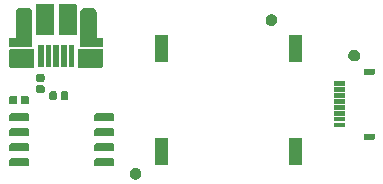
<source format=gbs>
%TF.GenerationSoftware,KiCad,Pcbnew,7.0.6*%
%TF.CreationDate,2024-04-24T00:37:06-04:00*%
%TF.ProjectId,Doom Keycap,446f6f6d-204b-4657-9963-61702e6b6963,REV1*%
%TF.SameCoordinates,Original*%
%TF.FileFunction,Soldermask,Bot*%
%TF.FilePolarity,Negative*%
%FSLAX46Y46*%
G04 Gerber Fmt 4.6, Leading zero omitted, Abs format (unit mm)*
G04 Created by KiCad (PCBNEW 7.0.6) date 2024-04-24 00:37:06*
%MOMM*%
%LPD*%
G01*
G04 APERTURE LIST*
G04 APERTURE END LIST*
G36*
X166625709Y-93005089D02*
G01*
X166661157Y-93005089D01*
X166689967Y-93013548D01*
X166719307Y-93017411D01*
X166758718Y-93033735D01*
X166797708Y-93045184D01*
X166818287Y-93058409D01*
X166839806Y-93067323D01*
X166879235Y-93097578D01*
X166917430Y-93122125D01*
X166929743Y-93136335D01*
X166943278Y-93146721D01*
X166978368Y-93192451D01*
X167010627Y-93229680D01*
X167016054Y-93241565D01*
X167022675Y-93250193D01*
X167048818Y-93313308D01*
X167069746Y-93359134D01*
X167070780Y-93366329D01*
X167072588Y-93370693D01*
X167085390Y-93467941D01*
X167090000Y-93500000D01*
X167085390Y-93532058D01*
X167072588Y-93629307D01*
X167070780Y-93633670D01*
X167069746Y-93640866D01*
X167048821Y-93686684D01*
X167022676Y-93749806D01*
X167016054Y-93758435D01*
X167010627Y-93770320D01*
X166978365Y-93807551D01*
X166943278Y-93853278D01*
X166929745Y-93863661D01*
X166917430Y-93877875D01*
X166879227Y-93902426D01*
X166839806Y-93932676D01*
X166818292Y-93941587D01*
X166797708Y-93954816D01*
X166758709Y-93966266D01*
X166719307Y-93982588D01*
X166689973Y-93986449D01*
X166661157Y-93994911D01*
X166625701Y-93994911D01*
X166590000Y-93999611D01*
X166554298Y-93994911D01*
X166518843Y-93994911D01*
X166490027Y-93986449D01*
X166460692Y-93982588D01*
X166421286Y-93966265D01*
X166382292Y-93954816D01*
X166361709Y-93941588D01*
X166340193Y-93932676D01*
X166300766Y-93902422D01*
X166262570Y-93877875D01*
X166250256Y-93863663D01*
X166236721Y-93853278D01*
X166201625Y-93807541D01*
X166169373Y-93770320D01*
X166163946Y-93758438D01*
X166157323Y-93749806D01*
X166131167Y-93686661D01*
X166110254Y-93640866D01*
X166109219Y-93633674D01*
X166107411Y-93629307D01*
X166094597Y-93531976D01*
X166090000Y-93500000D01*
X166094597Y-93468023D01*
X166107411Y-93370693D01*
X166109219Y-93366325D01*
X166110254Y-93359134D01*
X166131170Y-93313332D01*
X166157324Y-93250193D01*
X166163946Y-93241562D01*
X166169373Y-93229680D01*
X166201622Y-93192461D01*
X166236721Y-93146721D01*
X166250258Y-93136333D01*
X166262570Y-93122125D01*
X166300763Y-93097579D01*
X166340193Y-93067324D01*
X166361709Y-93058411D01*
X166382292Y-93045184D01*
X166421283Y-93033735D01*
X166460693Y-93017411D01*
X166490032Y-93013548D01*
X166518843Y-93005089D01*
X166554291Y-93005089D01*
X166590000Y-93000388D01*
X166625709Y-93005089D01*
G37*
G36*
X157466919Y-92194300D02*
G01*
X157532128Y-92237872D01*
X157575700Y-92303081D01*
X157591000Y-92380000D01*
X157591000Y-92680000D01*
X157575700Y-92756919D01*
X157532128Y-92822128D01*
X157466919Y-92865700D01*
X157390000Y-92881000D01*
X156090000Y-92881000D01*
X156013081Y-92865700D01*
X155947872Y-92822128D01*
X155904300Y-92756919D01*
X155889000Y-92680000D01*
X155889000Y-92380000D01*
X155904300Y-92303081D01*
X155947872Y-92237872D01*
X156013081Y-92194300D01*
X156090000Y-92179000D01*
X157390000Y-92179000D01*
X157466919Y-92194300D01*
G37*
G36*
X164666919Y-92194300D02*
G01*
X164732128Y-92237872D01*
X164775700Y-92303081D01*
X164791000Y-92380000D01*
X164791000Y-92680000D01*
X164775700Y-92756919D01*
X164732128Y-92822128D01*
X164666919Y-92865700D01*
X164590000Y-92881000D01*
X163290000Y-92881000D01*
X163213081Y-92865700D01*
X163147872Y-92822128D01*
X163104300Y-92756919D01*
X163089000Y-92680000D01*
X163089000Y-92380000D01*
X163104300Y-92303081D01*
X163147872Y-92237872D01*
X163213081Y-92194300D01*
X163290000Y-92179000D01*
X164590000Y-92179000D01*
X164666919Y-92194300D01*
G37*
G36*
X169284517Y-90452882D02*
G01*
X169301062Y-90463938D01*
X169312118Y-90480483D01*
X169316000Y-90500000D01*
X169316000Y-92700000D01*
X169312118Y-92719517D01*
X169301062Y-92736062D01*
X169284517Y-92747118D01*
X169265000Y-92751000D01*
X168265000Y-92751000D01*
X168245483Y-92747118D01*
X168228938Y-92736062D01*
X168217882Y-92719517D01*
X168214000Y-92700000D01*
X168214000Y-90500000D01*
X168217882Y-90480483D01*
X168228938Y-90463938D01*
X168245483Y-90452882D01*
X168265000Y-90449000D01*
X169265000Y-90449000D01*
X169284517Y-90452882D01*
G37*
G36*
X180684517Y-90452882D02*
G01*
X180701062Y-90463938D01*
X180712118Y-90480483D01*
X180716000Y-90500000D01*
X180716000Y-92700000D01*
X180712118Y-92719517D01*
X180701062Y-92736062D01*
X180684517Y-92747118D01*
X180665000Y-92751000D01*
X179665000Y-92751000D01*
X179645483Y-92747118D01*
X179628938Y-92736062D01*
X179617882Y-92719517D01*
X179614000Y-92700000D01*
X179614000Y-90500000D01*
X179617882Y-90480483D01*
X179628938Y-90463938D01*
X179645483Y-90452882D01*
X179665000Y-90449000D01*
X180665000Y-90449000D01*
X180684517Y-90452882D01*
G37*
G36*
X157466919Y-90924300D02*
G01*
X157532128Y-90967872D01*
X157575700Y-91033081D01*
X157591000Y-91110000D01*
X157591000Y-91410000D01*
X157575700Y-91486919D01*
X157532128Y-91552128D01*
X157466919Y-91595700D01*
X157390000Y-91611000D01*
X156090000Y-91611000D01*
X156013081Y-91595700D01*
X155947872Y-91552128D01*
X155904300Y-91486919D01*
X155889000Y-91410000D01*
X155889000Y-91110000D01*
X155904300Y-91033081D01*
X155947872Y-90967872D01*
X156013081Y-90924300D01*
X156090000Y-90909000D01*
X157390000Y-90909000D01*
X157466919Y-90924300D01*
G37*
G36*
X164666919Y-90924300D02*
G01*
X164732128Y-90967872D01*
X164775700Y-91033081D01*
X164791000Y-91110000D01*
X164791000Y-91410000D01*
X164775700Y-91486919D01*
X164732128Y-91552128D01*
X164666919Y-91595700D01*
X164590000Y-91611000D01*
X163290000Y-91611000D01*
X163213081Y-91595700D01*
X163147872Y-91552128D01*
X163104300Y-91486919D01*
X163089000Y-91410000D01*
X163089000Y-91110000D01*
X163104300Y-91033081D01*
X163147872Y-90967872D01*
X163213081Y-90924300D01*
X163290000Y-90909000D01*
X164590000Y-90909000D01*
X164666919Y-90924300D01*
G37*
G36*
X186788684Y-90124682D02*
G01*
X186805229Y-90135738D01*
X186816285Y-90152283D01*
X186820167Y-90171800D01*
X186820167Y-90578200D01*
X186816285Y-90597717D01*
X186805229Y-90614262D01*
X186788684Y-90625318D01*
X186769167Y-90629200D01*
X185956367Y-90629200D01*
X185936850Y-90625318D01*
X185920305Y-90614262D01*
X185909249Y-90597717D01*
X185905367Y-90578200D01*
X185905367Y-90171800D01*
X185909249Y-90152283D01*
X185920305Y-90135738D01*
X185936850Y-90124682D01*
X185956367Y-90120800D01*
X186769167Y-90120800D01*
X186788684Y-90124682D01*
G37*
G36*
X157466919Y-89654300D02*
G01*
X157532128Y-89697872D01*
X157575700Y-89763081D01*
X157591000Y-89840000D01*
X157591000Y-90140000D01*
X157575700Y-90216919D01*
X157532128Y-90282128D01*
X157466919Y-90325700D01*
X157390000Y-90341000D01*
X156090000Y-90341000D01*
X156013081Y-90325700D01*
X155947872Y-90282128D01*
X155904300Y-90216919D01*
X155889000Y-90140000D01*
X155889000Y-89840000D01*
X155904300Y-89763081D01*
X155947872Y-89697872D01*
X156013081Y-89654300D01*
X156090000Y-89639000D01*
X157390000Y-89639000D01*
X157466919Y-89654300D01*
G37*
G36*
X164666919Y-89654300D02*
G01*
X164732128Y-89697872D01*
X164775700Y-89763081D01*
X164791000Y-89840000D01*
X164791000Y-90140000D01*
X164775700Y-90216919D01*
X164732128Y-90282128D01*
X164666919Y-90325700D01*
X164590000Y-90341000D01*
X163290000Y-90341000D01*
X163213081Y-90325700D01*
X163147872Y-90282128D01*
X163104300Y-90216919D01*
X163089000Y-90140000D01*
X163089000Y-89840000D01*
X163104300Y-89763081D01*
X163147872Y-89697872D01*
X163213081Y-89654300D01*
X163290000Y-89639000D01*
X164590000Y-89639000D01*
X164666919Y-89654300D01*
G37*
G36*
X184288684Y-89175481D02*
G01*
X184305229Y-89186537D01*
X184316285Y-89203082D01*
X184320167Y-89222599D01*
X184320167Y-89527399D01*
X184316285Y-89546916D01*
X184305229Y-89563461D01*
X184288684Y-89574517D01*
X184269167Y-89578399D01*
X183456367Y-89578399D01*
X183436850Y-89574517D01*
X183420305Y-89563461D01*
X183409249Y-89546916D01*
X183405367Y-89527399D01*
X183405367Y-89222599D01*
X183409249Y-89203082D01*
X183420305Y-89186537D01*
X183436850Y-89175481D01*
X183456367Y-89171599D01*
X184269167Y-89171599D01*
X184288684Y-89175481D01*
G37*
G36*
X184288684Y-88675482D02*
G01*
X184305229Y-88686538D01*
X184316285Y-88703083D01*
X184320167Y-88722600D01*
X184320167Y-89027400D01*
X184316285Y-89046917D01*
X184305229Y-89063462D01*
X184288684Y-89074518D01*
X184269167Y-89078400D01*
X183456367Y-89078400D01*
X183436850Y-89074518D01*
X183420305Y-89063462D01*
X183409249Y-89046917D01*
X183405367Y-89027400D01*
X183405367Y-88722600D01*
X183409249Y-88703083D01*
X183420305Y-88686538D01*
X183436850Y-88675482D01*
X183456367Y-88671600D01*
X184269167Y-88671600D01*
X184288684Y-88675482D01*
G37*
G36*
X157466919Y-88384300D02*
G01*
X157532128Y-88427872D01*
X157575700Y-88493081D01*
X157591000Y-88570000D01*
X157591000Y-88870000D01*
X157575700Y-88946919D01*
X157532128Y-89012128D01*
X157466919Y-89055700D01*
X157390000Y-89071000D01*
X156090000Y-89071000D01*
X156013081Y-89055700D01*
X155947872Y-89012128D01*
X155904300Y-88946919D01*
X155889000Y-88870000D01*
X155889000Y-88570000D01*
X155904300Y-88493081D01*
X155947872Y-88427872D01*
X156013081Y-88384300D01*
X156090000Y-88369000D01*
X157390000Y-88369000D01*
X157466919Y-88384300D01*
G37*
G36*
X164666919Y-88384300D02*
G01*
X164732128Y-88427872D01*
X164775700Y-88493081D01*
X164791000Y-88570000D01*
X164791000Y-88870000D01*
X164775700Y-88946919D01*
X164732128Y-89012128D01*
X164666919Y-89055700D01*
X164590000Y-89071000D01*
X163290000Y-89071000D01*
X163213081Y-89055700D01*
X163147872Y-89012128D01*
X163104300Y-88946919D01*
X163089000Y-88870000D01*
X163089000Y-88570000D01*
X163104300Y-88493081D01*
X163147872Y-88427872D01*
X163213081Y-88384300D01*
X163290000Y-88369000D01*
X164590000Y-88369000D01*
X164666919Y-88384300D01*
G37*
G36*
X184288684Y-88175483D02*
G01*
X184305229Y-88186539D01*
X184316285Y-88203084D01*
X184320167Y-88222601D01*
X184320167Y-88527401D01*
X184316285Y-88546918D01*
X184305229Y-88563463D01*
X184288684Y-88574519D01*
X184269167Y-88578401D01*
X183456367Y-88578401D01*
X183436850Y-88574519D01*
X183420305Y-88563463D01*
X183409249Y-88546918D01*
X183405367Y-88527401D01*
X183405367Y-88222601D01*
X183409249Y-88203084D01*
X183420305Y-88186539D01*
X183436850Y-88175483D01*
X183456367Y-88171601D01*
X184269167Y-88171601D01*
X184288684Y-88175483D01*
G37*
G36*
X184288684Y-87675482D02*
G01*
X184305229Y-87686538D01*
X184316285Y-87703083D01*
X184320167Y-87722600D01*
X184320167Y-88027400D01*
X184316285Y-88046917D01*
X184305229Y-88063462D01*
X184288684Y-88074518D01*
X184269167Y-88078400D01*
X183456367Y-88078400D01*
X183436850Y-88074518D01*
X183420305Y-88063462D01*
X183409249Y-88046917D01*
X183405367Y-88027400D01*
X183405367Y-87722600D01*
X183409249Y-87703083D01*
X183420305Y-87686538D01*
X183436850Y-87675482D01*
X183456367Y-87671600D01*
X184269167Y-87671600D01*
X184288684Y-87675482D01*
G37*
G36*
X156453463Y-86894110D02*
G01*
X156517861Y-86937139D01*
X156560890Y-87001537D01*
X156576000Y-87077500D01*
X156576000Y-87422500D01*
X156560890Y-87498463D01*
X156517861Y-87562861D01*
X156453463Y-87605890D01*
X156377500Y-87621000D01*
X156082500Y-87621000D01*
X156006537Y-87605890D01*
X155942139Y-87562861D01*
X155899110Y-87498463D01*
X155884000Y-87422500D01*
X155884000Y-87077500D01*
X155899110Y-87001537D01*
X155942139Y-86937139D01*
X156006537Y-86894110D01*
X156082500Y-86879000D01*
X156377500Y-86879000D01*
X156453463Y-86894110D01*
G37*
G36*
X157423463Y-86894110D02*
G01*
X157487861Y-86937139D01*
X157530890Y-87001537D01*
X157546000Y-87077500D01*
X157546000Y-87422500D01*
X157530890Y-87498463D01*
X157487861Y-87562861D01*
X157423463Y-87605890D01*
X157347500Y-87621000D01*
X157052500Y-87621000D01*
X156976537Y-87605890D01*
X156912139Y-87562861D01*
X156869110Y-87498463D01*
X156854000Y-87422500D01*
X156854000Y-87077500D01*
X156869110Y-87001537D01*
X156912139Y-86937139D01*
X156976537Y-86894110D01*
X157052500Y-86879000D01*
X157347500Y-86879000D01*
X157423463Y-86894110D01*
G37*
G36*
X184288684Y-87175482D02*
G01*
X184305229Y-87186538D01*
X184316285Y-87203083D01*
X184320167Y-87222600D01*
X184320167Y-87527400D01*
X184316285Y-87546917D01*
X184305229Y-87563462D01*
X184288684Y-87574518D01*
X184269167Y-87578400D01*
X183456367Y-87578400D01*
X183436850Y-87574518D01*
X183420305Y-87563462D01*
X183409249Y-87546917D01*
X183405367Y-87527400D01*
X183405367Y-87222600D01*
X183409249Y-87203083D01*
X183420305Y-87186538D01*
X183436850Y-87175482D01*
X183456367Y-87171600D01*
X184269167Y-87171600D01*
X184288684Y-87175482D01*
G37*
G36*
X159823093Y-86528539D02*
G01*
X159885057Y-86569943D01*
X159926461Y-86631907D01*
X159941000Y-86705000D01*
X159941000Y-87045000D01*
X159926461Y-87118093D01*
X159885057Y-87180057D01*
X159823093Y-87221461D01*
X159750000Y-87236000D01*
X159470000Y-87236000D01*
X159396907Y-87221461D01*
X159334943Y-87180057D01*
X159293539Y-87118093D01*
X159279000Y-87045000D01*
X159279000Y-86705000D01*
X159293539Y-86631907D01*
X159334943Y-86569943D01*
X159396907Y-86528539D01*
X159470000Y-86514000D01*
X159750000Y-86514000D01*
X159823093Y-86528539D01*
G37*
G36*
X160783093Y-86528539D02*
G01*
X160845057Y-86569943D01*
X160886461Y-86631907D01*
X160901000Y-86705000D01*
X160901000Y-87045000D01*
X160886461Y-87118093D01*
X160845057Y-87180057D01*
X160783093Y-87221461D01*
X160710000Y-87236000D01*
X160430000Y-87236000D01*
X160356907Y-87221461D01*
X160294943Y-87180057D01*
X160253539Y-87118093D01*
X160239000Y-87045000D01*
X160239000Y-86705000D01*
X160253539Y-86631907D01*
X160294943Y-86569943D01*
X160356907Y-86528539D01*
X160430000Y-86514000D01*
X160710000Y-86514000D01*
X160783093Y-86528539D01*
G37*
G36*
X184288684Y-86675481D02*
G01*
X184305229Y-86686537D01*
X184316285Y-86703082D01*
X184320167Y-86722599D01*
X184320167Y-87027399D01*
X184316285Y-87046916D01*
X184305229Y-87063461D01*
X184288684Y-87074517D01*
X184269167Y-87078399D01*
X183456367Y-87078399D01*
X183436850Y-87074517D01*
X183420305Y-87063461D01*
X183409249Y-87046916D01*
X183405367Y-87027399D01*
X183405367Y-86722599D01*
X183409249Y-86703082D01*
X183420305Y-86686537D01*
X183436850Y-86675481D01*
X183456367Y-86671599D01*
X184269167Y-86671599D01*
X184288684Y-86675481D01*
G37*
G36*
X158763463Y-86004110D02*
G01*
X158827861Y-86047139D01*
X158870890Y-86111537D01*
X158886000Y-86187500D01*
X158886000Y-86482500D01*
X158870890Y-86558463D01*
X158827861Y-86622861D01*
X158763463Y-86665890D01*
X158687500Y-86681000D01*
X158342500Y-86681000D01*
X158266537Y-86665890D01*
X158202139Y-86622861D01*
X158159110Y-86558463D01*
X158144000Y-86482500D01*
X158144000Y-86187500D01*
X158159110Y-86111537D01*
X158202139Y-86047139D01*
X158266537Y-86004110D01*
X158342500Y-85989000D01*
X158687500Y-85989000D01*
X158763463Y-86004110D01*
G37*
G36*
X184288684Y-86175482D02*
G01*
X184305229Y-86186538D01*
X184316285Y-86203083D01*
X184320167Y-86222600D01*
X184320167Y-86527400D01*
X184316285Y-86546917D01*
X184305229Y-86563462D01*
X184288684Y-86574518D01*
X184269167Y-86578400D01*
X183456367Y-86578400D01*
X183436850Y-86574518D01*
X183420305Y-86563462D01*
X183409249Y-86546917D01*
X183405367Y-86527400D01*
X183405367Y-86222600D01*
X183409249Y-86203083D01*
X183420305Y-86186538D01*
X183436850Y-86175482D01*
X183456367Y-86171600D01*
X184269167Y-86171600D01*
X184288684Y-86175482D01*
G37*
G36*
X184288684Y-85675483D02*
G01*
X184305229Y-85686539D01*
X184316285Y-85703084D01*
X184320167Y-85722601D01*
X184320167Y-86027401D01*
X184316285Y-86046918D01*
X184305229Y-86063463D01*
X184288684Y-86074519D01*
X184269167Y-86078401D01*
X183456367Y-86078401D01*
X183436850Y-86074519D01*
X183420305Y-86063463D01*
X183409249Y-86046918D01*
X183405367Y-86027401D01*
X183405367Y-85722601D01*
X183409249Y-85703084D01*
X183420305Y-85686539D01*
X183436850Y-85675483D01*
X183456367Y-85671601D01*
X184269167Y-85671601D01*
X184288684Y-85675483D01*
G37*
G36*
X158763463Y-85034110D02*
G01*
X158827861Y-85077139D01*
X158870890Y-85141537D01*
X158886000Y-85217500D01*
X158886000Y-85512500D01*
X158870890Y-85588463D01*
X158827861Y-85652861D01*
X158763463Y-85695890D01*
X158687500Y-85711000D01*
X158342500Y-85711000D01*
X158266537Y-85695890D01*
X158202139Y-85652861D01*
X158159110Y-85588463D01*
X158144000Y-85512500D01*
X158144000Y-85217500D01*
X158159110Y-85141537D01*
X158202139Y-85077139D01*
X158266537Y-85034110D01*
X158342500Y-85019000D01*
X158687500Y-85019000D01*
X158763463Y-85034110D01*
G37*
G36*
X186788684Y-84624682D02*
G01*
X186805229Y-84635738D01*
X186816285Y-84652283D01*
X186820167Y-84671800D01*
X186820167Y-85078200D01*
X186816285Y-85097717D01*
X186805229Y-85114262D01*
X186788684Y-85125318D01*
X186769167Y-85129200D01*
X185956367Y-85129200D01*
X185936850Y-85125318D01*
X185920305Y-85114262D01*
X185909249Y-85097717D01*
X185905367Y-85078200D01*
X185905367Y-84671800D01*
X185909249Y-84652283D01*
X185920305Y-84635738D01*
X185936850Y-84624682D01*
X185956367Y-84620800D01*
X186769167Y-84620800D01*
X186788684Y-84624682D01*
G37*
G36*
X157984517Y-82952882D02*
G01*
X158001062Y-82963938D01*
X158012118Y-82980483D01*
X158016000Y-83000000D01*
X158016000Y-84460000D01*
X158012118Y-84479517D01*
X158001062Y-84496062D01*
X157984517Y-84507118D01*
X157965000Y-84511000D01*
X155965000Y-84511000D01*
X155945483Y-84507118D01*
X155928938Y-84496062D01*
X155917882Y-84479517D01*
X155914000Y-84460000D01*
X155914000Y-83000000D01*
X155917882Y-82980483D01*
X155928938Y-82963938D01*
X155945483Y-82952882D01*
X155965000Y-82949000D01*
X157965000Y-82949000D01*
X157984517Y-82952882D01*
G37*
G36*
X163784517Y-82952882D02*
G01*
X163801062Y-82963938D01*
X163812118Y-82980483D01*
X163816000Y-83000000D01*
X163816000Y-84460000D01*
X163812118Y-84479517D01*
X163801062Y-84496062D01*
X163784517Y-84507118D01*
X163765000Y-84511000D01*
X161765000Y-84511000D01*
X161745483Y-84507118D01*
X161728938Y-84496062D01*
X161717882Y-84479517D01*
X161714000Y-84460000D01*
X161714000Y-83000000D01*
X161717882Y-82980483D01*
X161728938Y-82963938D01*
X161745483Y-82952882D01*
X161765000Y-82949000D01*
X163765000Y-82949000D01*
X163784517Y-82952882D01*
G37*
G36*
X158784517Y-82602882D02*
G01*
X158801062Y-82613938D01*
X158812118Y-82630483D01*
X158816000Y-82650000D01*
X158816000Y-84400000D01*
X158812118Y-84419517D01*
X158801062Y-84436062D01*
X158784517Y-84447118D01*
X158765000Y-84451000D01*
X158365000Y-84451000D01*
X158345483Y-84447118D01*
X158328938Y-84436062D01*
X158317882Y-84419517D01*
X158314000Y-84400000D01*
X158314000Y-82650000D01*
X158317882Y-82630483D01*
X158328938Y-82613938D01*
X158345483Y-82602882D01*
X158365000Y-82599000D01*
X158765000Y-82599000D01*
X158784517Y-82602882D01*
G37*
G36*
X159434517Y-82602882D02*
G01*
X159451062Y-82613938D01*
X159462118Y-82630483D01*
X159466000Y-82650000D01*
X159466000Y-84400000D01*
X159462118Y-84419517D01*
X159451062Y-84436062D01*
X159434517Y-84447118D01*
X159415000Y-84451000D01*
X159015000Y-84451000D01*
X158995483Y-84447118D01*
X158978938Y-84436062D01*
X158967882Y-84419517D01*
X158964000Y-84400000D01*
X158964000Y-82650000D01*
X158967882Y-82630483D01*
X158978938Y-82613938D01*
X158995483Y-82602882D01*
X159015000Y-82599000D01*
X159415000Y-82599000D01*
X159434517Y-82602882D01*
G37*
G36*
X160084517Y-82602882D02*
G01*
X160101062Y-82613938D01*
X160112118Y-82630483D01*
X160116000Y-82650000D01*
X160116000Y-84400000D01*
X160112118Y-84419517D01*
X160101062Y-84436062D01*
X160084517Y-84447118D01*
X160065000Y-84451000D01*
X159665000Y-84451000D01*
X159645483Y-84447118D01*
X159628938Y-84436062D01*
X159617882Y-84419517D01*
X159614000Y-84400000D01*
X159614000Y-82650000D01*
X159617882Y-82630483D01*
X159628938Y-82613938D01*
X159645483Y-82602882D01*
X159665000Y-82599000D01*
X160065000Y-82599000D01*
X160084517Y-82602882D01*
G37*
G36*
X160734517Y-82602882D02*
G01*
X160751062Y-82613938D01*
X160762118Y-82630483D01*
X160766000Y-82650000D01*
X160766000Y-84400000D01*
X160762118Y-84419517D01*
X160751062Y-84436062D01*
X160734517Y-84447118D01*
X160715000Y-84451000D01*
X160315000Y-84451000D01*
X160295483Y-84447118D01*
X160278938Y-84436062D01*
X160267882Y-84419517D01*
X160264000Y-84400000D01*
X160264000Y-82650000D01*
X160267882Y-82630483D01*
X160278938Y-82613938D01*
X160295483Y-82602882D01*
X160315000Y-82599000D01*
X160715000Y-82599000D01*
X160734517Y-82602882D01*
G37*
G36*
X161384517Y-82602882D02*
G01*
X161401062Y-82613938D01*
X161412118Y-82630483D01*
X161416000Y-82650000D01*
X161416000Y-84400000D01*
X161412118Y-84419517D01*
X161401062Y-84436062D01*
X161384517Y-84447118D01*
X161365000Y-84451000D01*
X160965000Y-84451000D01*
X160945483Y-84447118D01*
X160928938Y-84436062D01*
X160917882Y-84419517D01*
X160914000Y-84400000D01*
X160914000Y-82650000D01*
X160917882Y-82630483D01*
X160928938Y-82613938D01*
X160945483Y-82602882D01*
X160965000Y-82599000D01*
X161365000Y-82599000D01*
X161384517Y-82602882D01*
G37*
G36*
X169284517Y-81752882D02*
G01*
X169301062Y-81763938D01*
X169312118Y-81780483D01*
X169316000Y-81800000D01*
X169316000Y-84000000D01*
X169312118Y-84019517D01*
X169301062Y-84036062D01*
X169284517Y-84047118D01*
X169265000Y-84051000D01*
X168265000Y-84051000D01*
X168245483Y-84047118D01*
X168228938Y-84036062D01*
X168217882Y-84019517D01*
X168214000Y-84000000D01*
X168214000Y-81800000D01*
X168217882Y-81780483D01*
X168228938Y-81763938D01*
X168245483Y-81752882D01*
X168265000Y-81749000D01*
X169265000Y-81749000D01*
X169284517Y-81752882D01*
G37*
G36*
X180684517Y-81752882D02*
G01*
X180701062Y-81763938D01*
X180712118Y-81780483D01*
X180716000Y-81800000D01*
X180716000Y-84000000D01*
X180712118Y-84019517D01*
X180701062Y-84036062D01*
X180684517Y-84047118D01*
X180665000Y-84051000D01*
X179665000Y-84051000D01*
X179645483Y-84047118D01*
X179628938Y-84036062D01*
X179617882Y-84019517D01*
X179614000Y-84000000D01*
X179614000Y-81800000D01*
X179617882Y-81780483D01*
X179628938Y-81763938D01*
X179645483Y-81752882D01*
X179665000Y-81749000D01*
X180665000Y-81749000D01*
X180684517Y-81752882D01*
G37*
G36*
X185125709Y-83005089D02*
G01*
X185161157Y-83005089D01*
X185189967Y-83013548D01*
X185219307Y-83017411D01*
X185258718Y-83033735D01*
X185297708Y-83045184D01*
X185318287Y-83058409D01*
X185339806Y-83067323D01*
X185379235Y-83097578D01*
X185417430Y-83122125D01*
X185429743Y-83136335D01*
X185443278Y-83146721D01*
X185478368Y-83192451D01*
X185510627Y-83229680D01*
X185516054Y-83241565D01*
X185522675Y-83250193D01*
X185548818Y-83313308D01*
X185569746Y-83359134D01*
X185570780Y-83366329D01*
X185572588Y-83370693D01*
X185585390Y-83467941D01*
X185590000Y-83500000D01*
X185585390Y-83532058D01*
X185572588Y-83629307D01*
X185570780Y-83633670D01*
X185569746Y-83640866D01*
X185548821Y-83686684D01*
X185522676Y-83749806D01*
X185516054Y-83758435D01*
X185510627Y-83770320D01*
X185478365Y-83807551D01*
X185443278Y-83853278D01*
X185429745Y-83863661D01*
X185417430Y-83877875D01*
X185379227Y-83902426D01*
X185339806Y-83932676D01*
X185318292Y-83941587D01*
X185297708Y-83954816D01*
X185258709Y-83966266D01*
X185219307Y-83982588D01*
X185189973Y-83986449D01*
X185161157Y-83994911D01*
X185125701Y-83994911D01*
X185090000Y-83999611D01*
X185054298Y-83994911D01*
X185018843Y-83994911D01*
X184990027Y-83986449D01*
X184960692Y-83982588D01*
X184921286Y-83966265D01*
X184882292Y-83954816D01*
X184861709Y-83941588D01*
X184840193Y-83932676D01*
X184800766Y-83902422D01*
X184762570Y-83877875D01*
X184750256Y-83863663D01*
X184736721Y-83853278D01*
X184701625Y-83807541D01*
X184669373Y-83770320D01*
X184663946Y-83758438D01*
X184657323Y-83749806D01*
X184631167Y-83686661D01*
X184610254Y-83640866D01*
X184609219Y-83633674D01*
X184607411Y-83629307D01*
X184594597Y-83531976D01*
X184590000Y-83500000D01*
X184594597Y-83468023D01*
X184607411Y-83370693D01*
X184609219Y-83366325D01*
X184610254Y-83359134D01*
X184631170Y-83313332D01*
X184657324Y-83250193D01*
X184663946Y-83241562D01*
X184669373Y-83229680D01*
X184701622Y-83192461D01*
X184736721Y-83146721D01*
X184750258Y-83136333D01*
X184762570Y-83122125D01*
X184800763Y-83097579D01*
X184840193Y-83067324D01*
X184861709Y-83058411D01*
X184882292Y-83045184D01*
X184921283Y-83033735D01*
X184960693Y-83017411D01*
X184990032Y-83013548D01*
X185018843Y-83005089D01*
X185054291Y-83005089D01*
X185090000Y-83000388D01*
X185125709Y-83005089D01*
G37*
G36*
X157486220Y-79456598D02*
G01*
X157491877Y-79458577D01*
X157496968Y-79459125D01*
X157550453Y-79479074D01*
X157608836Y-79499503D01*
X157612525Y-79502225D01*
X157613834Y-79502714D01*
X157659101Y-79536600D01*
X157713357Y-79576643D01*
X157753416Y-79630922D01*
X157787285Y-79676165D01*
X157787772Y-79677472D01*
X157790497Y-79681164D01*
X157810932Y-79739564D01*
X157830874Y-79793030D01*
X157831421Y-79798118D01*
X157833402Y-79803780D01*
X157841000Y-79884800D01*
X157841000Y-82049999D01*
X157841000Y-82050000D01*
X157841000Y-82750000D01*
X157837118Y-82769517D01*
X157826062Y-82786062D01*
X157809517Y-82797118D01*
X157790000Y-82801000D01*
X157405200Y-82801000D01*
X156874800Y-82801000D01*
X155965000Y-82801000D01*
X155945483Y-82797118D01*
X155928938Y-82786062D01*
X155917882Y-82769517D01*
X155914000Y-82750000D01*
X155914000Y-82050000D01*
X155917882Y-82030483D01*
X155928938Y-82013938D01*
X155945483Y-82002882D01*
X155965000Y-81999000D01*
X156412640Y-81999000D01*
X156439000Y-81972640D01*
X156439000Y-79887210D01*
X156439000Y-79884800D01*
X156446598Y-79803780D01*
X156448577Y-79798122D01*
X156449125Y-79793031D01*
X156469079Y-79739530D01*
X156489503Y-79681164D01*
X156492225Y-79677475D01*
X156492714Y-79676165D01*
X156526653Y-79630827D01*
X156566643Y-79576643D01*
X156620827Y-79536653D01*
X156666165Y-79502714D01*
X156667475Y-79502225D01*
X156671164Y-79499503D01*
X156729521Y-79479082D01*
X156783030Y-79459125D01*
X156788122Y-79458577D01*
X156793780Y-79456598D01*
X156874800Y-79449000D01*
X157405200Y-79449000D01*
X157486220Y-79456598D01*
G37*
G36*
X162936220Y-79456598D02*
G01*
X162941877Y-79458577D01*
X162946968Y-79459125D01*
X163000453Y-79479074D01*
X163058836Y-79499503D01*
X163062525Y-79502225D01*
X163063834Y-79502714D01*
X163109101Y-79536600D01*
X163163357Y-79576643D01*
X163203416Y-79630922D01*
X163237285Y-79676165D01*
X163237772Y-79677472D01*
X163240497Y-79681164D01*
X163260932Y-79739564D01*
X163280874Y-79793030D01*
X163281421Y-79798118D01*
X163283402Y-79803780D01*
X163291000Y-79884800D01*
X163290999Y-81972640D01*
X163317359Y-81999000D01*
X163765000Y-81999000D01*
X163784517Y-82002882D01*
X163801062Y-82013938D01*
X163812118Y-82030483D01*
X163816000Y-82050000D01*
X163816000Y-82750000D01*
X163812118Y-82769517D01*
X163801062Y-82786062D01*
X163784517Y-82797118D01*
X163765000Y-82801000D01*
X162855200Y-82801000D01*
X162324800Y-82801000D01*
X161940000Y-82801000D01*
X161920483Y-82797118D01*
X161903938Y-82786062D01*
X161892882Y-82769517D01*
X161889000Y-82750000D01*
X161889000Y-82050000D01*
X161889000Y-82049999D01*
X161889000Y-79887210D01*
X161889000Y-79887209D01*
X161889000Y-79884800D01*
X161896598Y-79803780D01*
X161898577Y-79798122D01*
X161899125Y-79793031D01*
X161919079Y-79739530D01*
X161939503Y-79681164D01*
X161942225Y-79677475D01*
X161942714Y-79676165D01*
X161976653Y-79630827D01*
X162016643Y-79576643D01*
X162070827Y-79536653D01*
X162116165Y-79502714D01*
X162117475Y-79502225D01*
X162121164Y-79499503D01*
X162179521Y-79479082D01*
X162233030Y-79459125D01*
X162238122Y-79458577D01*
X162243780Y-79456598D01*
X162324800Y-79449000D01*
X162855200Y-79449000D01*
X162936220Y-79456598D01*
G37*
G36*
X159634517Y-79152882D02*
G01*
X159651062Y-79163938D01*
X159662118Y-79180483D01*
X159666000Y-79200000D01*
X159666000Y-81700000D01*
X159662118Y-81719517D01*
X159651062Y-81736062D01*
X159634517Y-81747118D01*
X159615000Y-81751000D01*
X158190000Y-81751000D01*
X158170483Y-81747118D01*
X158153938Y-81736062D01*
X158142882Y-81719517D01*
X158139000Y-81700000D01*
X158139000Y-79200000D01*
X158142882Y-79180483D01*
X158153938Y-79163938D01*
X158170483Y-79152882D01*
X158190000Y-79149000D01*
X159615000Y-79149000D01*
X159634517Y-79152882D01*
G37*
G36*
X161559517Y-79152882D02*
G01*
X161576062Y-79163938D01*
X161587118Y-79180483D01*
X161591000Y-79200000D01*
X161591000Y-81700000D01*
X161587118Y-81719517D01*
X161576062Y-81736062D01*
X161559517Y-81747118D01*
X161540000Y-81751000D01*
X160115000Y-81751000D01*
X160095483Y-81747118D01*
X160078938Y-81736062D01*
X160067882Y-81719517D01*
X160064000Y-81700000D01*
X160064000Y-79200000D01*
X160067882Y-79180483D01*
X160078938Y-79163938D01*
X160095483Y-79152882D01*
X160115000Y-79149000D01*
X161540000Y-79149000D01*
X161559517Y-79152882D01*
G37*
G36*
X178125709Y-80005089D02*
G01*
X178161157Y-80005089D01*
X178189967Y-80013548D01*
X178219307Y-80017411D01*
X178258718Y-80033735D01*
X178297708Y-80045184D01*
X178318287Y-80058409D01*
X178339806Y-80067323D01*
X178379235Y-80097578D01*
X178417430Y-80122125D01*
X178429743Y-80136335D01*
X178443278Y-80146721D01*
X178478368Y-80192451D01*
X178510627Y-80229680D01*
X178516054Y-80241565D01*
X178522675Y-80250193D01*
X178548818Y-80313308D01*
X178569746Y-80359134D01*
X178570780Y-80366329D01*
X178572588Y-80370693D01*
X178585390Y-80467941D01*
X178590000Y-80500000D01*
X178585390Y-80532058D01*
X178572588Y-80629307D01*
X178570780Y-80633670D01*
X178569746Y-80640866D01*
X178548821Y-80686684D01*
X178522676Y-80749806D01*
X178516054Y-80758435D01*
X178510627Y-80770320D01*
X178478365Y-80807551D01*
X178443278Y-80853278D01*
X178429745Y-80863661D01*
X178417430Y-80877875D01*
X178379227Y-80902426D01*
X178339806Y-80932676D01*
X178318292Y-80941587D01*
X178297708Y-80954816D01*
X178258709Y-80966266D01*
X178219307Y-80982588D01*
X178189973Y-80986449D01*
X178161157Y-80994911D01*
X178125701Y-80994911D01*
X178090000Y-80999611D01*
X178054298Y-80994911D01*
X178018843Y-80994911D01*
X177990027Y-80986449D01*
X177960692Y-80982588D01*
X177921286Y-80966265D01*
X177882292Y-80954816D01*
X177861709Y-80941588D01*
X177840193Y-80932676D01*
X177800766Y-80902422D01*
X177762570Y-80877875D01*
X177750256Y-80863663D01*
X177736721Y-80853278D01*
X177701625Y-80807541D01*
X177669373Y-80770320D01*
X177663946Y-80758438D01*
X177657323Y-80749806D01*
X177631167Y-80686661D01*
X177610254Y-80640866D01*
X177609219Y-80633674D01*
X177607411Y-80629307D01*
X177594597Y-80531976D01*
X177590000Y-80500000D01*
X177594597Y-80468023D01*
X177607411Y-80370693D01*
X177609219Y-80366325D01*
X177610254Y-80359134D01*
X177631170Y-80313332D01*
X177657324Y-80250193D01*
X177663946Y-80241562D01*
X177669373Y-80229680D01*
X177701622Y-80192461D01*
X177736721Y-80146721D01*
X177750258Y-80136333D01*
X177762570Y-80122125D01*
X177800763Y-80097579D01*
X177840193Y-80067324D01*
X177861709Y-80058411D01*
X177882292Y-80045184D01*
X177921283Y-80033735D01*
X177960693Y-80017411D01*
X177990032Y-80013548D01*
X178018843Y-80005089D01*
X178054291Y-80005089D01*
X178090000Y-80000388D01*
X178125709Y-80005089D01*
G37*
M02*

</source>
